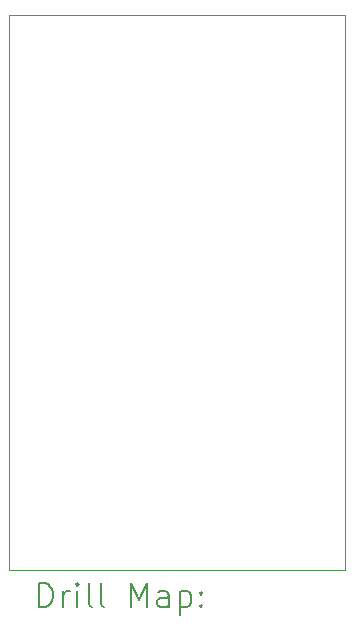
<source format=gbr>
%TF.GenerationSoftware,KiCad,Pcbnew,9.0.6*%
%TF.CreationDate,2025-11-06T07:25:22-05:00*%
%TF.ProjectId,pic-rylr998-01,7069632d-7279-46c7-9239-39382d30312e,rev?*%
%TF.SameCoordinates,Original*%
%TF.FileFunction,Drillmap*%
%TF.FilePolarity,Positive*%
%FSLAX45Y45*%
G04 Gerber Fmt 4.5, Leading zero omitted, Abs format (unit mm)*
G04 Created by KiCad (PCBNEW 9.0.6) date 2025-11-06 07:25:22*
%MOMM*%
%LPD*%
G01*
G04 APERTURE LIST*
%ADD10C,0.050000*%
%ADD11C,0.200000*%
G04 APERTURE END LIST*
D10*
X15900000Y-11850000D02*
X18750000Y-11850000D01*
X15900000Y-7150000D02*
X15900000Y-11850000D01*
X18750000Y-7150000D02*
X15900000Y-7150000D01*
X18750000Y-11850000D02*
X18750000Y-7150000D01*
D11*
X16158277Y-12163984D02*
X16158277Y-11963984D01*
X16158277Y-11963984D02*
X16205896Y-11963984D01*
X16205896Y-11963984D02*
X16234467Y-11973508D01*
X16234467Y-11973508D02*
X16253515Y-11992555D01*
X16253515Y-11992555D02*
X16263039Y-12011603D01*
X16263039Y-12011603D02*
X16272562Y-12049698D01*
X16272562Y-12049698D02*
X16272562Y-12078269D01*
X16272562Y-12078269D02*
X16263039Y-12116365D01*
X16263039Y-12116365D02*
X16253515Y-12135412D01*
X16253515Y-12135412D02*
X16234467Y-12154460D01*
X16234467Y-12154460D02*
X16205896Y-12163984D01*
X16205896Y-12163984D02*
X16158277Y-12163984D01*
X16358277Y-12163984D02*
X16358277Y-12030650D01*
X16358277Y-12068746D02*
X16367801Y-12049698D01*
X16367801Y-12049698D02*
X16377324Y-12040174D01*
X16377324Y-12040174D02*
X16396372Y-12030650D01*
X16396372Y-12030650D02*
X16415420Y-12030650D01*
X16482086Y-12163984D02*
X16482086Y-12030650D01*
X16482086Y-11963984D02*
X16472562Y-11973508D01*
X16472562Y-11973508D02*
X16482086Y-11983031D01*
X16482086Y-11983031D02*
X16491610Y-11973508D01*
X16491610Y-11973508D02*
X16482086Y-11963984D01*
X16482086Y-11963984D02*
X16482086Y-11983031D01*
X16605896Y-12163984D02*
X16586848Y-12154460D01*
X16586848Y-12154460D02*
X16577324Y-12135412D01*
X16577324Y-12135412D02*
X16577324Y-11963984D01*
X16710658Y-12163984D02*
X16691610Y-12154460D01*
X16691610Y-12154460D02*
X16682086Y-12135412D01*
X16682086Y-12135412D02*
X16682086Y-11963984D01*
X16939229Y-12163984D02*
X16939229Y-11963984D01*
X16939229Y-11963984D02*
X17005896Y-12106841D01*
X17005896Y-12106841D02*
X17072563Y-11963984D01*
X17072563Y-11963984D02*
X17072563Y-12163984D01*
X17253515Y-12163984D02*
X17253515Y-12059222D01*
X17253515Y-12059222D02*
X17243991Y-12040174D01*
X17243991Y-12040174D02*
X17224944Y-12030650D01*
X17224944Y-12030650D02*
X17186848Y-12030650D01*
X17186848Y-12030650D02*
X17167801Y-12040174D01*
X17253515Y-12154460D02*
X17234467Y-12163984D01*
X17234467Y-12163984D02*
X17186848Y-12163984D01*
X17186848Y-12163984D02*
X17167801Y-12154460D01*
X17167801Y-12154460D02*
X17158277Y-12135412D01*
X17158277Y-12135412D02*
X17158277Y-12116365D01*
X17158277Y-12116365D02*
X17167801Y-12097317D01*
X17167801Y-12097317D02*
X17186848Y-12087793D01*
X17186848Y-12087793D02*
X17234467Y-12087793D01*
X17234467Y-12087793D02*
X17253515Y-12078269D01*
X17348753Y-12030650D02*
X17348753Y-12230650D01*
X17348753Y-12040174D02*
X17367801Y-12030650D01*
X17367801Y-12030650D02*
X17405896Y-12030650D01*
X17405896Y-12030650D02*
X17424944Y-12040174D01*
X17424944Y-12040174D02*
X17434467Y-12049698D01*
X17434467Y-12049698D02*
X17443991Y-12068746D01*
X17443991Y-12068746D02*
X17443991Y-12125888D01*
X17443991Y-12125888D02*
X17434467Y-12144936D01*
X17434467Y-12144936D02*
X17424944Y-12154460D01*
X17424944Y-12154460D02*
X17405896Y-12163984D01*
X17405896Y-12163984D02*
X17367801Y-12163984D01*
X17367801Y-12163984D02*
X17348753Y-12154460D01*
X17529705Y-12144936D02*
X17539229Y-12154460D01*
X17539229Y-12154460D02*
X17529705Y-12163984D01*
X17529705Y-12163984D02*
X17520182Y-12154460D01*
X17520182Y-12154460D02*
X17529705Y-12144936D01*
X17529705Y-12144936D02*
X17529705Y-12163984D01*
X17529705Y-12040174D02*
X17539229Y-12049698D01*
X17539229Y-12049698D02*
X17529705Y-12059222D01*
X17529705Y-12059222D02*
X17520182Y-12049698D01*
X17520182Y-12049698D02*
X17529705Y-12040174D01*
X17529705Y-12040174D02*
X17529705Y-12059222D01*
M02*

</source>
